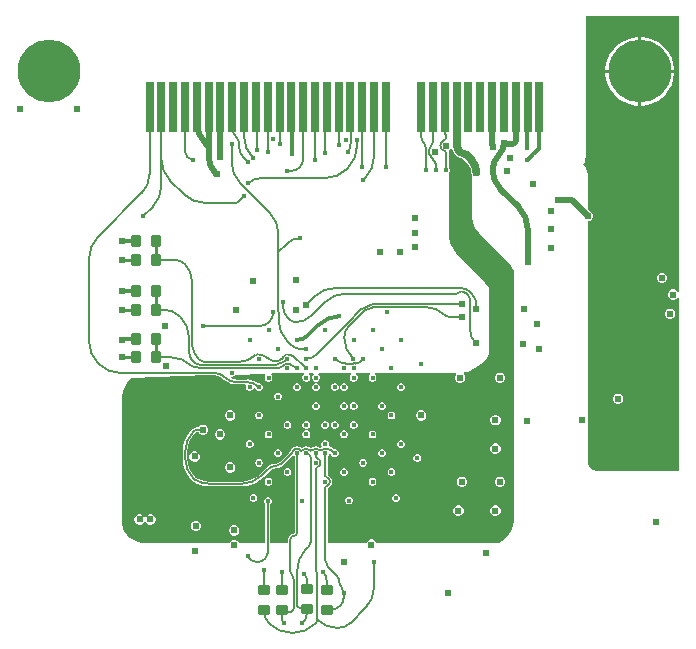
<source format=gbl>
G04*
G04 #@! TF.GenerationSoftware,Altium Limited,Altium Designer,23.2.1 (34)*
G04*
G04 Layer_Physical_Order=4*
G04 Layer_Color=16711680*
%FSLAX45Y45*%
%MOMM*%
G71*
G04*
G04 #@! TF.SameCoordinates,357D86F6-4FD4-4171-920B-CE65727367D9*
G04*
G04*
G04 #@! TF.FilePolarity,Positive*
G04*
G01*
G75*
%ADD10C,0.20320*%
%ADD15C,0.63500*%
%ADD17C,0.12700*%
G04:AMPARAMS|DCode=18|XSize=1mm|YSize=0.9mm|CornerRadius=0.1125mm|HoleSize=0mm|Usage=FLASHONLY|Rotation=180.000|XOffset=0mm|YOffset=0mm|HoleType=Round|Shape=RoundedRectangle|*
%AMROUNDEDRECTD18*
21,1,1.00000,0.67500,0,0,180.0*
21,1,0.77500,0.90000,0,0,180.0*
1,1,0.22500,-0.38750,0.33750*
1,1,0.22500,0.38750,0.33750*
1,1,0.22500,0.38750,-0.33750*
1,1,0.22500,-0.38750,-0.33750*
%
%ADD18ROUNDEDRECTD18*%
G04:AMPARAMS|DCode=26|XSize=1mm|YSize=0.9mm|CornerRadius=0.1125mm|HoleSize=0mm|Usage=FLASHONLY|Rotation=270.000|XOffset=0mm|YOffset=0mm|HoleType=Round|Shape=RoundedRectangle|*
%AMROUNDEDRECTD26*
21,1,1.00000,0.67500,0,0,270.0*
21,1,0.77500,0.90000,0,0,270.0*
1,1,0.22500,-0.33750,-0.38750*
1,1,0.22500,-0.33750,0.38750*
1,1,0.22500,0.33750,0.38750*
1,1,0.22500,0.33750,-0.38750*
%
%ADD26ROUNDEDRECTD26*%
%ADD50C,0.50800*%
%ADD51C,0.25400*%
%ADD52C,0.15240*%
%ADD53C,0.30480*%
%ADD56R,0.70000X4.20000*%
%ADD58R,0.70000X4.19999*%
%ADD60C,5.30000*%
%ADD61C,0.35560*%
%ADD62C,0.60960*%
%ADD63C,0.40640*%
G36*
X11712719Y9258032D02*
X11725798Y9226457D01*
X11748286Y9197149D01*
X11748527Y9197389D01*
X11763230Y9187565D01*
X11780573Y9184115D01*
Y9184115D01*
X11792403Y9182015D01*
X11793576Y9181782D01*
X11804059Y9174778D01*
X11804420Y9174237D01*
X11832375Y9146283D01*
X11841254Y9137403D01*
X11849201Y9127994D01*
X11859894Y9114059D01*
X11871353Y9086395D01*
X11875185Y9057285D01*
X11874679Y9056708D01*
X11874679D01*
X11878129Y9039364D01*
X11880000Y9036564D01*
Y8705210D01*
X11881223Y8680313D01*
X11890937Y8631478D01*
X11909992Y8585475D01*
X11937655Y8544074D01*
X11954395Y8525605D01*
X12200000Y8280000D01*
X12209511Y8270489D01*
X12224457Y8248121D01*
X12234752Y8223267D01*
X12240000Y8196882D01*
X12239999Y8183431D01*
X12239999D01*
X12240000Y8183431D01*
X12239999Y6138970D01*
X12240000Y6113953D01*
X12230239Y6064881D01*
X12211092Y6018655D01*
X12183295Y5977054D01*
X12165605Y5959365D01*
X12151972Y5945732D01*
X12133094Y5933118D01*
X12112118Y5924429D01*
X12089849Y5920000D01*
X12078496Y5920000D01*
X11072147D01*
X11067181Y5931990D01*
X11055034Y5944137D01*
X11039164Y5950711D01*
X11021986D01*
X11006115Y5944137D01*
X10993968Y5931990D01*
X10989002Y5920000D01*
X10659423D01*
Y6384299D01*
X10662794Y6384970D01*
X10682118Y6397882D01*
X10695030Y6417206D01*
X10699564Y6440000D01*
X10695030Y6462795D01*
X10682118Y6482119D01*
X10662794Y6495030D01*
X10659423Y6495701D01*
Y6652726D01*
X10667993Y6661296D01*
X10672674Y6672599D01*
X10678093Y6674227D01*
X10685720Y6675424D01*
X10686980Y6674373D01*
Y6673432D01*
X10692007Y6661296D01*
X10701296Y6652007D01*
X10713432Y6646980D01*
X10726568D01*
X10738704Y6652007D01*
X10747993Y6661296D01*
X10753020Y6673432D01*
Y6686568D01*
X10747993Y6698704D01*
X10738704Y6707993D01*
X10726568Y6713020D01*
X10723749D01*
X10712397Y6716276D01*
X10691706Y6730102D01*
X10677248Y6732978D01*
X10676043Y6734061D01*
X10670469Y6747275D01*
X10673020Y6753432D01*
Y6766568D01*
X10667993Y6778704D01*
X10658704Y6787993D01*
X10646568Y6793020D01*
X10633431D01*
X10621295Y6787993D01*
X10612006Y6778704D01*
X10606980Y6766568D01*
Y6753432D01*
X10611016Y6743688D01*
X10605826Y6730882D01*
X10595390Y6726614D01*
X10582794Y6735030D01*
X10560000Y6739565D01*
X10537205Y6735030D01*
X10530053Y6730251D01*
X10518778Y6724553D01*
X10508916Y6730940D01*
X10502795Y6735030D01*
X10480000Y6739565D01*
X10457206Y6735030D01*
X10440000Y6723534D01*
X10422794Y6735030D01*
X10400000Y6739565D01*
X10377206Y6735030D01*
X10357881Y6722119D01*
X10347610Y6706746D01*
X10347606Y6706741D01*
X10347606Y6706740D01*
X10344969Y6702795D01*
X10344312Y6700414D01*
X10343070Y6695919D01*
D01*
X10335569Y6686299D01*
X10255145Y6605874D01*
X10255076Y6605772D01*
X10239164Y6595140D01*
X10232210Y6593757D01*
X10220248Y6591976D01*
Y6591976D01*
X10192439Y6588315D01*
X10166525Y6577581D01*
X10144273Y6560506D01*
X10144272Y6560506D01*
X10135678Y6551140D01*
X10093963Y6509425D01*
X10093518Y6508758D01*
X10058546Y6480058D01*
X10017950Y6458359D01*
X9973902Y6444997D01*
X9928878Y6440563D01*
X9928092Y6440719D01*
X9663655D01*
X9662869Y6440563D01*
X9617846Y6444997D01*
X9573797Y6458359D01*
X9543496Y6474555D01*
Y6474555D01*
X9535524Y6483250D01*
X9511261Y6512815D01*
X9489562Y6553410D01*
X9476200Y6597459D01*
X9471766Y6642483D01*
X9471922Y6643268D01*
Y6687980D01*
X9471766Y6688765D01*
X9476200Y6733789D01*
X9489562Y6777838D01*
X9511261Y6818433D01*
X9532507Y6844322D01*
X9540957Y6853522D01*
X9548256Y6858400D01*
X9556867Y6860112D01*
X9567995Y6856315D01*
X9568315Y6855541D01*
X9580462Y6843394D01*
X9596332Y6836820D01*
X9613510D01*
X9629381Y6843394D01*
X9641528Y6855541D01*
X9648101Y6871411D01*
Y6888589D01*
X9641528Y6904460D01*
X9629381Y6916606D01*
X9613510Y6923180D01*
X9596332D01*
X9580462Y6916606D01*
X9568315Y6904460D01*
X9568070Y6903869D01*
X9556867Y6900254D01*
Y6900254D01*
X9532895Y6895486D01*
X9512572Y6881906D01*
X9512827Y6881652D01*
X9484914Y6848971D01*
X9462457Y6812325D01*
X9446010Y6772617D01*
X9435977Y6730826D01*
X9432605Y6687980D01*
X9433076D01*
Y6643268D01*
X9432605D01*
X9435977Y6600422D01*
X9446010Y6558630D01*
X9462457Y6518923D01*
X9484914Y6482277D01*
X9512826Y6449596D01*
X9512826Y6449595D01*
X9519466Y6443621D01*
X9525768Y6439411D01*
X9526089Y6439347D01*
X9534200Y6434385D01*
X9539309Y6431254D01*
X9579017Y6414807D01*
X9620808Y6404774D01*
X9663655Y6401401D01*
Y6401873D01*
X9928092D01*
Y6401401D01*
X9970939Y6404774D01*
X10012730Y6414807D01*
X10052438Y6431254D01*
X10089083Y6453711D01*
X10121765Y6481623D01*
X10121432Y6481956D01*
X10163147Y6523671D01*
X10172352Y6532427D01*
X10186380Y6543191D01*
X10202716Y6549958D01*
X10220181Y6552257D01*
X10220248Y6552199D01*
Y6552199D01*
X10243181Y6555218D01*
X10264552Y6564070D01*
X10282877Y6578131D01*
X10282905Y6578152D01*
X10282632Y6578424D01*
X10361122Y6656914D01*
X10376835Y6656467D01*
X10380577Y6652726D01*
Y6008340D01*
X10380410D01*
X10380047Y6007464D01*
X10370820Y5999081D01*
X10353477Y5995631D01*
X10338773Y5985807D01*
X10328949Y5971103D01*
X10325499Y5953760D01*
X10325997D01*
Y5920000D01*
X10171926D01*
Y6245462D01*
X10173836Y6246254D01*
X10183125Y6255542D01*
X10188152Y6267679D01*
Y6280815D01*
X10183125Y6292951D01*
X10173836Y6302240D01*
X10161700Y6307267D01*
X10148563D01*
X10136427Y6302240D01*
X10127138Y6292951D01*
X10122112Y6280815D01*
Y6267679D01*
X10127138Y6255542D01*
X10133080Y6249601D01*
Y5920000D01*
X9909533D01*
X9906956Y5926222D01*
X9894809Y5938369D01*
X9878939Y5944942D01*
X9861761D01*
X9845890Y5938369D01*
X9833743Y5926222D01*
X9831166Y5920000D01*
X9112825D01*
X9092931Y5920000D01*
X9053908Y5927762D01*
X9017149Y5942988D01*
X8984067Y5965093D01*
X8958111Y5991049D01*
X8939429Y6019009D01*
X8926560Y6050076D01*
X8920000Y6083057D01*
Y6099871D01*
Y7134789D01*
Y7159806D01*
X8929761Y7208878D01*
X8948908Y7255104D01*
X8976705Y7296705D01*
X9000000Y7320000D01*
X9636000Y7339282D01*
X9696182D01*
X9696795Y7339404D01*
X9728695Y7335205D01*
X9758993Y7322655D01*
X9775070Y7310318D01*
X9784328Y7302009D01*
X9784329Y7302009D01*
X9812399Y7280470D01*
X9845088Y7266929D01*
X9880168Y7262311D01*
Y7263073D01*
X9960083D01*
X9968569Y7250372D01*
X9966959Y7246486D01*
Y7233350D01*
X9971986Y7221214D01*
X9981275Y7211925D01*
X9993411Y7206898D01*
X10006548D01*
X10018684Y7211925D01*
X10027973Y7221214D01*
X10029484Y7224862D01*
X10044733Y7230256D01*
X10049123Y7227941D01*
X10052007Y7220978D01*
X10061296Y7211690D01*
X10073432Y7206663D01*
X10086568D01*
X10098704Y7211690D01*
X10107993Y7220978D01*
X10113020Y7233115D01*
Y7246251D01*
X10107993Y7258387D01*
X10098704Y7267676D01*
X10086568Y7272703D01*
X10073432D01*
X10073104Y7272567D01*
X10068928Y7275994D01*
X10039236Y7291865D01*
X10007019Y7301638D01*
X9973514Y7304938D01*
Y7304509D01*
X9880168D01*
Y7304583D01*
X9856029Y7307761D01*
X9840289Y7314280D01*
X9842816Y7326980D01*
X9853348D01*
X9865484Y7332007D01*
X9874773Y7341296D01*
X9876965Y7346588D01*
X10129589Y7354247D01*
X10135008Y7341705D01*
X10132007Y7338704D01*
X10126980Y7326568D01*
Y7313432D01*
X10132007Y7301296D01*
X10141296Y7292007D01*
X10153432Y7286980D01*
X10166568D01*
X10178704Y7292007D01*
X10187993Y7301296D01*
X10193020Y7313432D01*
Y7326568D01*
X10187993Y7338704D01*
X10183521Y7343176D01*
X10188621Y7356037D01*
X10319360Y7360000D01*
X10457097D01*
X10460338Y7350732D01*
X10460603Y7347300D01*
X10452007Y7338704D01*
X10446980Y7326568D01*
Y7313432D01*
X10452007Y7301296D01*
X10461296Y7292007D01*
X10473432Y7286980D01*
X10486568D01*
X10498704Y7292007D01*
X10507993Y7301296D01*
X10513020Y7313432D01*
Y7326568D01*
X10507993Y7338704D01*
X10499397Y7347300D01*
X10499662Y7350732D01*
X10502904Y7360000D01*
X10537097D01*
X10540338Y7350732D01*
X10540603Y7347300D01*
X10532007Y7338704D01*
X10526980Y7326568D01*
Y7313432D01*
X10532007Y7301296D01*
X10541296Y7292007D01*
X10553432Y7286980D01*
X10566568D01*
X10578704Y7292007D01*
X10587993Y7301296D01*
X10593020Y7313432D01*
Y7326568D01*
X10587993Y7338704D01*
X10579397Y7347300D01*
X10579662Y7350732D01*
X10582903Y7360000D01*
X10857097D01*
X10860338Y7350732D01*
X10860603Y7347300D01*
X10852007Y7338704D01*
X10846980Y7326568D01*
Y7313432D01*
X10852007Y7301296D01*
X10861296Y7292007D01*
X10873432Y7286980D01*
X10886568D01*
X10898704Y7292007D01*
X10907993Y7301296D01*
X10913020Y7313432D01*
Y7326568D01*
X10907993Y7338704D01*
X10899397Y7347300D01*
X10899662Y7350732D01*
X10902904Y7360000D01*
X11017097D01*
X11020338Y7350732D01*
X11020603Y7347300D01*
X11012007Y7338704D01*
X11006980Y7326568D01*
Y7313432D01*
X11012007Y7301296D01*
X11021296Y7292007D01*
X11033432Y7286980D01*
X11046568D01*
X11058704Y7292007D01*
X11067993Y7301296D01*
X11073020Y7313432D01*
Y7326568D01*
X11067993Y7338704D01*
X11059397Y7347300D01*
X11059662Y7350732D01*
X11062903Y7360000D01*
X11743473D01*
X11748734Y7347300D01*
X11745893Y7344460D01*
X11739319Y7328589D01*
Y7311411D01*
X11745893Y7295541D01*
X11758040Y7283394D01*
X11773910Y7276820D01*
X11791088D01*
X11806959Y7283394D01*
X11819105Y7295541D01*
X11825679Y7311411D01*
Y7328589D01*
X11819105Y7344460D01*
X11812702Y7350863D01*
X11816882Y7364644D01*
X11848522Y7370937D01*
X11894524Y7389992D01*
X11935925Y7417655D01*
X11954394Y7434395D01*
X11954395Y7434395D01*
X12000000Y7480000D01*
X12006487Y7487158D01*
X12017208Y7503203D01*
X12024593Y7521032D01*
X12028358Y7539960D01*
X12028832Y7549608D01*
X12028833Y7549609D01*
Y8045233D01*
X12028299Y8056102D01*
X12024058Y8077424D01*
X12015738Y8097508D01*
X12003661Y8115584D01*
X11996352Y8123647D01*
X11996352Y8123648D01*
X11762770Y8357230D01*
X11745081Y8374919D01*
X11717283Y8416521D01*
X11698137Y8462746D01*
X11688375Y8511818D01*
Y8585475D01*
X11688375Y9058498D01*
X11691673Y9061796D01*
X11696700Y9073932D01*
Y9087068D01*
X11691673Y9099204D01*
X11688375Y9102502D01*
Y9249293D01*
X11698946Y9259864D01*
X11704338Y9260170D01*
X11712719Y9258032D01*
D02*
G37*
G36*
X13636343Y8049452D02*
X13623643Y8046925D01*
X13623067Y8048319D01*
X13610919Y8060466D01*
X13595049Y8067040D01*
X13577872D01*
X13562001Y8060466D01*
X13549854Y8048319D01*
X13543280Y8032449D01*
Y8015271D01*
X13549854Y7999401D01*
X13562001Y7987254D01*
X13577872Y7980680D01*
X13595049D01*
X13610919Y7987254D01*
X13623067Y7999401D01*
X13623643Y8000795D01*
X13636343Y7998268D01*
X13636343Y6532880D01*
X12931531D01*
X12917294Y6535712D01*
X12903883Y6541266D01*
X12891815Y6549331D01*
X12881551Y6559595D01*
X12873486Y6571664D01*
X12867932Y6585074D01*
X12865100Y6599310D01*
Y6606568D01*
Y8643620D01*
X12873689D01*
X12889558Y8650194D01*
X12901706Y8662341D01*
X12908279Y8678211D01*
Y8695389D01*
X12901706Y8711259D01*
X12889558Y8723406D01*
X12879099Y8727740D01*
X12865100Y8741737D01*
Y9028273D01*
X12864415Y9042214D01*
X12858975Y9069563D01*
X12848305Y9095324D01*
X12832812Y9118509D01*
X12826347Y9124974D01*
X12829352Y9130178D01*
X12835168Y9144221D01*
X12837120Y9151502D01*
X12839542Y9158639D01*
X12842506Y9173548D01*
X12842879Y9179197D01*
X12843892Y9184768D01*
X12844266Y9192368D01*
X12844110Y9194260D01*
X12844357Y9196142D01*
X12844357Y10384984D01*
X13636343D01*
Y8049452D01*
D02*
G37*
%LPC*%
G36*
X12128589Y7363180D02*
X12111411D01*
X12095540Y7356606D01*
X12083394Y7344460D01*
X12076820Y7328589D01*
Y7311411D01*
X12083394Y7295541D01*
X12095540Y7283394D01*
X12111411Y7276820D01*
X12128589D01*
X12144459Y7283394D01*
X12156606Y7295541D01*
X12163180Y7311411D01*
Y7328589D01*
X12156606Y7344460D01*
X12144459Y7356606D01*
X12128589Y7363180D01*
D02*
G37*
G36*
X10566568Y7273020D02*
X10553432D01*
X10541296Y7267993D01*
X10532007Y7258705D01*
X10526980Y7246568D01*
Y7233432D01*
X10532007Y7221296D01*
X10541296Y7212007D01*
X10553432Y7206980D01*
X10566568D01*
X10578704Y7212007D01*
X10587993Y7221296D01*
X10593020Y7233432D01*
Y7246568D01*
X10587993Y7258705D01*
X10578704Y7267993D01*
X10566568Y7273020D01*
D02*
G37*
G36*
X11286568Y7273020D02*
X11273432D01*
X11261296Y7267993D01*
X11252007Y7258704D01*
X11246980Y7246568D01*
Y7233432D01*
X11252007Y7221296D01*
X11261296Y7212007D01*
X11273432Y7206980D01*
X11286568D01*
X11298704Y7212007D01*
X11307993Y7221296D01*
X11313020Y7233432D01*
Y7246568D01*
X11307993Y7258704D01*
X11298704Y7267993D01*
X11286568Y7273020D01*
D02*
G37*
G36*
X10806568D02*
X10793432D01*
X10781296Y7267993D01*
X10772007Y7258704D01*
X10766980Y7246568D01*
Y7233432D01*
X10772007Y7221296D01*
X10781296Y7212007D01*
X10793432Y7206980D01*
X10806568D01*
X10818704Y7212007D01*
X10827993Y7221296D01*
X10833020Y7233432D01*
Y7246568D01*
X10827993Y7258704D01*
X10818704Y7267993D01*
X10806568Y7273020D01*
D02*
G37*
G36*
X10726568D02*
X10713432D01*
X10701296Y7267993D01*
X10692007Y7258704D01*
X10686980Y7246568D01*
Y7233432D01*
X10692007Y7221296D01*
X10701296Y7212007D01*
X10713432Y7206980D01*
X10726568D01*
X10738704Y7212007D01*
X10747993Y7221296D01*
X10753020Y7233432D01*
Y7246568D01*
X10747993Y7258704D01*
X10738704Y7267993D01*
X10726568Y7273020D01*
D02*
G37*
G36*
X10406568D02*
X10393432D01*
X10381296Y7267993D01*
X10372007Y7258704D01*
X10366980Y7246568D01*
Y7233432D01*
X10372007Y7221296D01*
X10381296Y7212007D01*
X10393432Y7206980D01*
X10406568D01*
X10418704Y7212007D01*
X10427993Y7221296D01*
X10433020Y7233432D01*
Y7246568D01*
X10427993Y7258704D01*
X10418704Y7267993D01*
X10406568Y7273020D01*
D02*
G37*
G36*
X10246568Y7193020D02*
X10233432D01*
X10221296Y7187993D01*
X10212007Y7178704D01*
X10206980Y7166568D01*
Y7153432D01*
X10212007Y7141296D01*
X10221296Y7132007D01*
X10233432Y7126980D01*
X10246568D01*
X10258704Y7132007D01*
X10267993Y7141296D01*
X10273020Y7153432D01*
Y7166568D01*
X10267993Y7178704D01*
X10258704Y7187993D01*
X10246568Y7193020D01*
D02*
G37*
G36*
X11126568Y7113020D02*
X11113432D01*
X11101296Y7107993D01*
X11092007Y7098704D01*
X11086980Y7086568D01*
Y7073432D01*
X11092007Y7061296D01*
X11101296Y7052007D01*
X11113432Y7046980D01*
X11126568D01*
X11138704Y7052007D01*
X11147993Y7061296D01*
X11153020Y7073432D01*
Y7086568D01*
X11147993Y7098704D01*
X11138704Y7107993D01*
X11126568Y7113020D01*
D02*
G37*
G36*
X10886568D02*
X10873432D01*
X10861296Y7107993D01*
X10852007Y7098704D01*
X10846980Y7086568D01*
Y7073432D01*
X10852007Y7061296D01*
X10861296Y7052007D01*
X10873432Y7046980D01*
X10886568D01*
X10898704Y7052007D01*
X10907993Y7061296D01*
X10913020Y7073432D01*
Y7086568D01*
X10907993Y7098704D01*
X10898704Y7107993D01*
X10886568Y7113020D01*
D02*
G37*
G36*
X10806568D02*
X10793432D01*
X10781296Y7107993D01*
X10772007Y7098704D01*
X10766980Y7086568D01*
Y7073432D01*
X10772007Y7061296D01*
X10781296Y7052007D01*
X10793432Y7046980D01*
X10806568D01*
X10818704Y7052007D01*
X10827993Y7061296D01*
X10833020Y7073432D01*
Y7086568D01*
X10827993Y7098704D01*
X10818704Y7107993D01*
X10806568Y7113020D01*
D02*
G37*
G36*
X10566568D02*
X10553432D01*
X10541296Y7107993D01*
X10532007Y7098704D01*
X10526980Y7086568D01*
Y7073432D01*
X10532007Y7061296D01*
X10541296Y7052007D01*
X10553432Y7046980D01*
X10566568D01*
X10578704Y7052007D01*
X10587993Y7061296D01*
X10593020Y7073432D01*
Y7086568D01*
X10587993Y7098704D01*
X10578704Y7107993D01*
X10566568Y7113020D01*
D02*
G37*
G36*
X11206568Y7033020D02*
X11193432D01*
X11181296Y7027993D01*
X11172007Y7018704D01*
X11166980Y7006568D01*
Y6993432D01*
X11172007Y6981296D01*
X11181296Y6972007D01*
X11193432Y6966980D01*
X11206568D01*
X11218704Y6972007D01*
X11227993Y6981296D01*
X11233020Y6993432D01*
Y7006568D01*
X11227993Y7018704D01*
X11218704Y7027993D01*
X11206568Y7033020D01*
D02*
G37*
G36*
X10086568D02*
X10073432D01*
X10061296Y7027993D01*
X10052007Y7018704D01*
X10046980Y7006568D01*
Y6993432D01*
X10052007Y6981296D01*
X10061296Y6972007D01*
X10073432Y6966980D01*
X10086568D01*
X10098704Y6972007D01*
X10107993Y6981296D01*
X10113020Y6993432D01*
Y7006568D01*
X10107993Y7018704D01*
X10098704Y7027993D01*
X10086568Y7033020D01*
D02*
G37*
G36*
X11461767Y7043180D02*
X11444589D01*
X11428719Y7036606D01*
X11416572Y7024459D01*
X11409998Y7008589D01*
Y6991411D01*
X11416572Y6975541D01*
X11428719Y6963394D01*
X11444589Y6956820D01*
X11461767D01*
X11477638Y6963394D01*
X11489784Y6975541D01*
X11496358Y6991411D01*
Y7008589D01*
X11489784Y7024459D01*
X11477638Y7036606D01*
X11461767Y7043180D01*
D02*
G37*
G36*
X9844712D02*
X9827534D01*
X9811663Y7036606D01*
X9799517Y7024459D01*
X9792943Y7008589D01*
Y6991411D01*
X9799517Y6975541D01*
X9811663Y6963394D01*
X9827534Y6956820D01*
X9844712D01*
X9860582Y6963394D01*
X9872729Y6975541D01*
X9879303Y6991411D01*
Y7008589D01*
X9872729Y7024459D01*
X9860582Y7036606D01*
X9844712Y7043180D01*
D02*
G37*
G36*
X12089691Y7003180D02*
X12072513D01*
X12056642Y6996606D01*
X12044496Y6984459D01*
X12037922Y6968589D01*
Y6951411D01*
X12044496Y6935541D01*
X12056642Y6923394D01*
X12072513Y6916820D01*
X12089691D01*
X12105561Y6923394D01*
X12117708Y6935541D01*
X12124282Y6951411D01*
Y6968589D01*
X12117708Y6984459D01*
X12105561Y6996606D01*
X12089691Y7003180D01*
D02*
G37*
G36*
X10486568Y6953020D02*
X10473432D01*
X10461296Y6947993D01*
X10452007Y6938704D01*
X10446980Y6926568D01*
Y6913432D01*
X10452007Y6901296D01*
X10461296Y6892007D01*
X10473432Y6886980D01*
X10486568D01*
X10498704Y6892007D01*
X10507993Y6901296D01*
X10513020Y6913432D01*
Y6926568D01*
X10507993Y6938704D01*
X10498704Y6947993D01*
X10486568Y6953020D01*
D02*
G37*
G36*
X10886568Y6953020D02*
X10873432D01*
X10861296Y6947993D01*
X10852007Y6938704D01*
X10846980Y6926568D01*
Y6913432D01*
X10852007Y6901296D01*
X10861296Y6892007D01*
X10873432Y6886980D01*
X10886568D01*
X10898704Y6892007D01*
X10907993Y6901296D01*
X10913020Y6913432D01*
Y6926568D01*
X10907993Y6938704D01*
X10898704Y6947993D01*
X10886568Y6953020D01*
D02*
G37*
G36*
X10726568D02*
X10713432D01*
X10701296Y6947993D01*
X10692007Y6938704D01*
X10686980Y6926568D01*
Y6913432D01*
X10692007Y6901296D01*
X10701296Y6892007D01*
X10713432Y6886980D01*
X10726568D01*
X10738704Y6892007D01*
X10747993Y6901296D01*
X10753020Y6913432D01*
Y6926568D01*
X10747993Y6938704D01*
X10738704Y6947993D01*
X10726568Y6953020D01*
D02*
G37*
G36*
X10646568D02*
X10633432D01*
X10621296Y6947993D01*
X10612007Y6938704D01*
X10606980Y6926568D01*
Y6913432D01*
X10612007Y6901296D01*
X10621296Y6892007D01*
X10633432Y6886980D01*
X10646568D01*
X10658704Y6892007D01*
X10667993Y6901296D01*
X10673020Y6913432D01*
Y6926568D01*
X10667993Y6938704D01*
X10658704Y6947993D01*
X10646568Y6953020D01*
D02*
G37*
G36*
X10326568D02*
X10313432D01*
X10301296Y6947993D01*
X10292007Y6938704D01*
X10286980Y6926568D01*
Y6913432D01*
X10292007Y6901296D01*
X10301296Y6892007D01*
X10313432Y6886980D01*
X10326568D01*
X10338704Y6892007D01*
X10347993Y6901296D01*
X10353020Y6913432D01*
Y6926568D01*
X10347993Y6938704D01*
X10338704Y6947993D01*
X10326568Y6953020D01*
D02*
G37*
G36*
X10806568Y6873020D02*
X10793432D01*
X10781296Y6867993D01*
X10772007Y6858705D01*
X10766980Y6846568D01*
Y6833432D01*
X10772007Y6821296D01*
X10781296Y6812007D01*
X10793432Y6806980D01*
X10806568D01*
X10818704Y6812007D01*
X10827993Y6821296D01*
X10833020Y6833432D01*
Y6846568D01*
X10827993Y6858705D01*
X10818704Y6867993D01*
X10806568Y6873020D01*
D02*
G37*
G36*
X10486568D02*
X10473432D01*
X10461296Y6867993D01*
X10452007Y6858705D01*
X10446980Y6846568D01*
Y6833432D01*
X10452007Y6821296D01*
X10461296Y6812007D01*
X10473432Y6806980D01*
X10486568D01*
X10498704Y6812007D01*
X10507993Y6821296D01*
X10513020Y6833432D01*
Y6846568D01*
X10507993Y6858705D01*
X10498704Y6867993D01*
X10486568Y6873020D01*
D02*
G37*
G36*
X11046568Y6872120D02*
X11033432D01*
X11021296Y6867093D01*
X11012007Y6857804D01*
X11006980Y6845668D01*
Y6832532D01*
X11012007Y6820396D01*
X11021296Y6811107D01*
X11033432Y6806080D01*
X11046568D01*
X11058704Y6811107D01*
X11067993Y6820396D01*
X11073020Y6832532D01*
Y6845668D01*
X11067993Y6857804D01*
X11058704Y6867093D01*
X11046568Y6872120D01*
D02*
G37*
G36*
X10166568D02*
X10153432D01*
X10141296Y6867093D01*
X10132007Y6857804D01*
X10126980Y6845668D01*
Y6832532D01*
X10132007Y6820396D01*
X10141296Y6811107D01*
X10153432Y6806080D01*
X10166568D01*
X10178704Y6811107D01*
X10187993Y6820396D01*
X10193020Y6832532D01*
Y6845668D01*
X10187993Y6857804D01*
X10178704Y6867093D01*
X10166568Y6872120D01*
D02*
G37*
G36*
X9756374Y6882280D02*
X9739196D01*
X9723326Y6875706D01*
X9711179Y6863560D01*
X9704605Y6847689D01*
Y6830511D01*
X9711179Y6814641D01*
X9723326Y6802494D01*
X9739196Y6795920D01*
X9756374D01*
X9772245Y6802494D01*
X9784391Y6814641D01*
X9790965Y6830511D01*
Y6847689D01*
X9784391Y6863560D01*
X9772245Y6875706D01*
X9756374Y6882280D01*
D02*
G37*
G36*
X10006604Y6793085D02*
X9993468D01*
X9981332Y6788058D01*
X9972043Y6778769D01*
X9967016Y6766633D01*
Y6753497D01*
X9972043Y6741361D01*
X9981332Y6732072D01*
X9993468Y6727045D01*
X10006604D01*
X10018740Y6732072D01*
X10028029Y6741361D01*
X10033056Y6753497D01*
Y6766633D01*
X10028029Y6778769D01*
X10018740Y6788058D01*
X10006604Y6793085D01*
D02*
G37*
G36*
X11286568Y6793020D02*
X11273432D01*
X11261296Y6787993D01*
X11252007Y6778704D01*
X11246980Y6766568D01*
Y6753432D01*
X11252007Y6741296D01*
X11261296Y6732007D01*
X11273432Y6726980D01*
X11286568D01*
X11298704Y6732007D01*
X11307993Y6741296D01*
X11313020Y6753432D01*
Y6766568D01*
X11307993Y6778704D01*
X11298704Y6787993D01*
X11286568Y6793020D01*
D02*
G37*
G36*
X12089691Y6763180D02*
X12072513D01*
X12056642Y6756607D01*
X12044496Y6744460D01*
X12037922Y6728589D01*
Y6711411D01*
X12044496Y6695541D01*
X12056642Y6683394D01*
X12072513Y6676820D01*
X12089691D01*
X12105561Y6683394D01*
X12117708Y6695541D01*
X12124282Y6711411D01*
Y6728589D01*
X12117708Y6744460D01*
X12105561Y6756607D01*
X12089691Y6763180D01*
D02*
G37*
G36*
X11126568Y6713020D02*
X11113432D01*
X11101296Y6707993D01*
X11092007Y6698704D01*
X11086980Y6686568D01*
Y6673432D01*
X11092007Y6661296D01*
X11101296Y6652007D01*
X11113432Y6646980D01*
X11126568D01*
X11138704Y6652007D01*
X11147993Y6661296D01*
X11153020Y6673432D01*
Y6686568D01*
X11147993Y6698704D01*
X11138704Y6707993D01*
X11126568Y6713020D01*
D02*
G37*
G36*
X10246568D02*
X10233432D01*
X10221296Y6707993D01*
X10212007Y6698704D01*
X10206980Y6686568D01*
Y6673432D01*
X10212007Y6661296D01*
X10221296Y6652007D01*
X10233432Y6646980D01*
X10246568D01*
X10258704Y6652007D01*
X10267993Y6661296D01*
X10273020Y6673432D01*
Y6686568D01*
X10267993Y6698704D01*
X10258704Y6707993D01*
X10246568Y6713020D01*
D02*
G37*
G36*
X9541588Y6695906D02*
X9524410D01*
X9508540Y6689332D01*
X9496393Y6677185D01*
X9489819Y6661315D01*
Y6644137D01*
X9496393Y6628266D01*
X9508540Y6616120D01*
X9524410Y6609546D01*
X9541588D01*
X9557459Y6616120D01*
X9569605Y6628266D01*
X9576179Y6644137D01*
Y6661315D01*
X9569605Y6677185D01*
X9557459Y6689332D01*
X9541588Y6695906D01*
D02*
G37*
G36*
X11426408Y6673020D02*
X11413272D01*
X11401136Y6667993D01*
X11391847Y6658704D01*
X11386820Y6646568D01*
Y6633432D01*
X11391847Y6621296D01*
X11401136Y6612007D01*
X11413272Y6606980D01*
X11426408D01*
X11438544Y6612007D01*
X11447833Y6621296D01*
X11452860Y6633432D01*
Y6646568D01*
X11447833Y6658704D01*
X11438544Y6667993D01*
X11426408Y6673020D01*
D02*
G37*
G36*
X10966568Y6633020D02*
X10953432D01*
X10941296Y6627993D01*
X10932007Y6618704D01*
X10926980Y6606568D01*
Y6593432D01*
X10932007Y6581296D01*
X10941296Y6572007D01*
X10953432Y6566980D01*
X10966568D01*
X10978704Y6572007D01*
X10987993Y6581296D01*
X10993020Y6593432D01*
Y6606568D01*
X10987993Y6618704D01*
X10978704Y6627993D01*
X10966568Y6633020D01*
D02*
G37*
G36*
X10086568D02*
X10073432D01*
X10061296Y6627993D01*
X10052007Y6618704D01*
X10046980Y6606568D01*
Y6593432D01*
X10052007Y6581296D01*
X10061296Y6572007D01*
X10073432Y6566980D01*
X10086568D01*
X10098704Y6572007D01*
X10107993Y6581296D01*
X10113020Y6593432D01*
Y6606568D01*
X10107993Y6618704D01*
X10098704Y6627993D01*
X10086568Y6633020D01*
D02*
G37*
G36*
X9844712Y6603180D02*
X9827534D01*
X9811663Y6596606D01*
X9799517Y6584460D01*
X9792943Y6568589D01*
Y6551411D01*
X9799517Y6535541D01*
X9811663Y6523394D01*
X9827534Y6516820D01*
X9844712D01*
X9860582Y6523394D01*
X9872729Y6535541D01*
X9879303Y6551411D01*
Y6568589D01*
X9872729Y6584460D01*
X9860582Y6596606D01*
X9844712Y6603180D01*
D02*
G37*
G36*
X11206568Y6553020D02*
X11193432D01*
X11181296Y6547993D01*
X11172007Y6538704D01*
X11166980Y6526568D01*
Y6513432D01*
X11172007Y6501296D01*
X11181296Y6492007D01*
X11193432Y6486980D01*
X11206568D01*
X11218704Y6492007D01*
X11227993Y6501296D01*
X11233020Y6513432D01*
Y6526568D01*
X11227993Y6538704D01*
X11218704Y6547993D01*
X11206568Y6553020D01*
D02*
G37*
G36*
X10806568D02*
X10793432D01*
X10781296Y6547993D01*
X10772007Y6538704D01*
X10766980Y6526568D01*
Y6513432D01*
X10772007Y6501296D01*
X10781296Y6492007D01*
X10793432Y6486980D01*
X10806568D01*
X10818704Y6492007D01*
X10827993Y6501296D01*
X10833020Y6513432D01*
Y6526568D01*
X10827993Y6538704D01*
X10818704Y6547993D01*
X10806568Y6553020D01*
D02*
G37*
G36*
X10326568D02*
X10313432D01*
X10301296Y6547993D01*
X10292007Y6538704D01*
X10286980Y6526568D01*
Y6513432D01*
X10292007Y6501296D01*
X10301296Y6492007D01*
X10313432Y6486980D01*
X10326568D01*
X10338704Y6492007D01*
X10347993Y6501296D01*
X10353020Y6513432D01*
Y6526568D01*
X10347993Y6538704D01*
X10338704Y6547993D01*
X10326568Y6553020D01*
D02*
G37*
G36*
X11046568Y6473020D02*
X11033432D01*
X11021296Y6467993D01*
X11012007Y6458704D01*
X11006980Y6446568D01*
Y6433432D01*
X11012007Y6421296D01*
X11021296Y6412007D01*
X11033432Y6406980D01*
X11046568D01*
X11058704Y6412007D01*
X11067993Y6421296D01*
X11073020Y6433432D01*
Y6446568D01*
X11067993Y6458704D01*
X11058704Y6467993D01*
X11046568Y6473020D01*
D02*
G37*
G36*
X10166568D02*
X10153432D01*
X10141296Y6467993D01*
X10132007Y6458704D01*
X10126980Y6446568D01*
Y6433432D01*
X10132007Y6421296D01*
X10141296Y6412007D01*
X10153432Y6406980D01*
X10166568D01*
X10178704Y6412007D01*
X10187993Y6421296D01*
X10193020Y6433432D01*
Y6446568D01*
X10187993Y6458704D01*
X10178704Y6467993D01*
X10166568Y6473020D01*
D02*
G37*
G36*
X12128589Y6483180D02*
X12111411D01*
X12095540Y6476606D01*
X12083394Y6464460D01*
X12076820Y6448589D01*
Y6431411D01*
X12083394Y6415541D01*
X12095540Y6403394D01*
X12111411Y6396820D01*
X12128589D01*
X12144459Y6403394D01*
X12156606Y6415541D01*
X12163180Y6431411D01*
Y6448589D01*
X12156606Y6464460D01*
X12144459Y6476606D01*
X12128589Y6483180D01*
D02*
G37*
G36*
X11803416D02*
X11786238D01*
X11770368Y6476606D01*
X11758221Y6464460D01*
X11751647Y6448589D01*
Y6431411D01*
X11758221Y6415541D01*
X11770368Y6403394D01*
X11786238Y6396820D01*
X11803416D01*
X11819286Y6403394D01*
X11831433Y6415541D01*
X11838007Y6431411D01*
Y6448589D01*
X11831433Y6464460D01*
X11819286Y6476606D01*
X11803416Y6483180D01*
D02*
G37*
G36*
X10038097Y6335260D02*
X10024961D01*
X10012825Y6330233D01*
X10003536Y6320944D01*
X9998509Y6308808D01*
Y6295672D01*
X10003536Y6283536D01*
X10012825Y6274247D01*
X10024961Y6269220D01*
X10038097D01*
X10050233Y6274247D01*
X10059522Y6283536D01*
X10064549Y6295672D01*
Y6308808D01*
X10059522Y6320944D01*
X10050233Y6330233D01*
X10038097Y6335260D01*
D02*
G37*
G36*
X11246068Y6334760D02*
X11232932D01*
X11220796Y6329733D01*
X11211507Y6320444D01*
X11206480Y6308308D01*
Y6295172D01*
X11211507Y6283036D01*
X11220796Y6273747D01*
X11232932Y6268720D01*
X11246068D01*
X11258204Y6273747D01*
X11267493Y6283036D01*
X11272520Y6295172D01*
Y6308308D01*
X11267493Y6320444D01*
X11258204Y6329733D01*
X11246068Y6334760D01*
D02*
G37*
G36*
X10846568Y6313020D02*
X10833432D01*
X10821296Y6307993D01*
X10812007Y6298704D01*
X10806980Y6286568D01*
Y6273432D01*
X10812007Y6261296D01*
X10821296Y6252007D01*
X10833432Y6246980D01*
X10846568D01*
X10858704Y6252007D01*
X10867993Y6261296D01*
X10873020Y6273432D01*
Y6286568D01*
X10867993Y6298704D01*
X10858704Y6307993D01*
X10846568Y6313020D01*
D02*
G37*
G36*
X12089691Y6238073D02*
X12072513D01*
X12056642Y6231500D01*
X12044496Y6219353D01*
X12037922Y6203482D01*
Y6186304D01*
X12044496Y6170434D01*
X12056642Y6158287D01*
X12072513Y6151713D01*
X12089691D01*
X12105561Y6158287D01*
X12117708Y6170434D01*
X12124282Y6186304D01*
Y6203482D01*
X12117708Y6219353D01*
X12105561Y6231500D01*
X12089691Y6238073D01*
D02*
G37*
G36*
X11776368D02*
X11759190D01*
X11743320Y6231500D01*
X11731173Y6219353D01*
X11724599Y6203482D01*
Y6186304D01*
X11731173Y6170434D01*
X11743320Y6158287D01*
X11759190Y6151713D01*
X11776368D01*
X11792239Y6158287D01*
X11804386Y6170434D01*
X11810959Y6186304D01*
Y6203482D01*
X11804386Y6219353D01*
X11792239Y6231500D01*
X11776368Y6238073D01*
D02*
G37*
G36*
X9168589Y6163180D02*
X9151411D01*
X9135541Y6156606D01*
X9123394Y6144459D01*
X9120873Y6138374D01*
X9107127D01*
X9104606Y6144459D01*
X9092459Y6156606D01*
X9076589Y6163180D01*
X9059411D01*
X9043540Y6156606D01*
X9031393Y6144459D01*
X9024820Y6128589D01*
Y6111411D01*
X9031393Y6095540D01*
X9043540Y6083393D01*
X9059411Y6076820D01*
X9076589D01*
X9092459Y6083393D01*
X9104606Y6095540D01*
X9107127Y6101626D01*
X9120873D01*
X9123394Y6095541D01*
X9135541Y6083394D01*
X9151411Y6076820D01*
X9168589D01*
X9184459Y6083394D01*
X9196606Y6095541D01*
X9203180Y6111411D01*
Y6128589D01*
X9196606Y6144459D01*
X9184459Y6156606D01*
X9168589Y6163180D01*
D02*
G37*
G36*
X9551574Y6107628D02*
X9534396D01*
X9518526Y6101054D01*
X9506379Y6088907D01*
X9499805Y6073037D01*
Y6055859D01*
X9506379Y6039988D01*
X9518526Y6027841D01*
X9534396Y6021268D01*
X9551574D01*
X9567445Y6027841D01*
X9579592Y6039988D01*
X9586165Y6055859D01*
Y6073037D01*
X9579592Y6088907D01*
X9567445Y6101054D01*
X9551574Y6107628D01*
D02*
G37*
G36*
X9878939Y6069702D02*
X9861761D01*
X9845890Y6063129D01*
X9833743Y6050982D01*
X9827170Y6035111D01*
Y6017933D01*
X9833743Y6002063D01*
X9845890Y5989916D01*
X9861761Y5983342D01*
X9878939D01*
X9894809Y5989916D01*
X9906956Y6002063D01*
X9913530Y6017933D01*
Y6035111D01*
X9906956Y6050982D01*
X9894809Y6063129D01*
X9878939Y6069702D01*
D02*
G37*
G36*
X13325356Y10203140D02*
X13315199D01*
Y9925440D01*
X13592900D01*
Y9935595D01*
X13585748Y9980742D01*
X13571625Y10024215D01*
X13550871Y10064943D01*
X13524004Y10101923D01*
X13491682Y10134244D01*
X13454703Y10161112D01*
X13413976Y10181864D01*
X13370502Y10195989D01*
X13325356Y10203140D01*
D02*
G37*
G36*
X13289799D02*
X13279645D01*
X13234499Y10195989D01*
X13191025Y10181864D01*
X13150298Y10161112D01*
X13113316Y10134244D01*
X13080995Y10101923D01*
X13054128Y10064943D01*
X13033376Y10024215D01*
X13019250Y9980742D01*
X13012100Y9935595D01*
Y9925440D01*
X13289799D01*
Y10203140D01*
D02*
G37*
G36*
X13592900Y9900040D02*
X13315199D01*
Y9622340D01*
X13325356D01*
X13370502Y9629491D01*
X13413976Y9643616D01*
X13454703Y9664368D01*
X13491682Y9691235D01*
X13524004Y9723557D01*
X13550871Y9760537D01*
X13571625Y9801265D01*
X13585748Y9844738D01*
X13592900Y9889885D01*
Y9900040D01*
D02*
G37*
G36*
X13289799D02*
X13012100D01*
Y9889885D01*
X13019250Y9844738D01*
X13033376Y9801265D01*
X13054128Y9760537D01*
X13080995Y9723557D01*
X13113316Y9691235D01*
X13150298Y9664368D01*
X13191025Y9643616D01*
X13234499Y9629491D01*
X13279645Y9622340D01*
X13289799D01*
Y9900040D01*
D02*
G37*
G36*
X13498589Y8207785D02*
X13481412D01*
X13465541Y8201211D01*
X13453394Y8189065D01*
X13446820Y8173194D01*
Y8156016D01*
X13453394Y8140146D01*
X13465541Y8127999D01*
X13481412Y8121425D01*
X13498589D01*
X13514459Y8127999D01*
X13526607Y8140146D01*
X13533180Y8156016D01*
Y8173194D01*
X13526607Y8189065D01*
X13514459Y8201211D01*
X13498589Y8207785D01*
D02*
G37*
G36*
X13570322Y7904951D02*
X13553143D01*
X13537273Y7898378D01*
X13525125Y7886231D01*
X13518552Y7870360D01*
Y7853182D01*
X13525125Y7837312D01*
X13537273Y7825165D01*
X13553143Y7818591D01*
X13570322D01*
X13586191Y7825165D01*
X13598338Y7837312D01*
X13604912Y7853182D01*
Y7870360D01*
X13598338Y7886231D01*
X13586191Y7898378D01*
X13570322Y7904951D01*
D02*
G37*
G36*
X13128589Y7185477D02*
X13111411D01*
X13095540Y7178903D01*
X13083394Y7166756D01*
X13076820Y7150886D01*
Y7133708D01*
X13083394Y7117837D01*
X13095540Y7105690D01*
X13111411Y7099117D01*
X13128589D01*
X13144460Y7105690D01*
X13156606Y7117837D01*
X13163181Y7133708D01*
Y7150886D01*
X13156606Y7166756D01*
X13144460Y7178903D01*
X13128589Y7185477D01*
D02*
G37*
%LPD*%
D10*
X10152503Y9231741D02*
Y9612740D01*
X10252502Y9296400D02*
Y9612740D01*
D15*
X11752499Y9297211D02*
G03*
X11780573Y9229436I95849J0D01*
G01*
X11920000Y9056708D02*
G03*
X11873301Y9169450I-159441J0D01*
G01*
X11836467Y9206284D02*
G03*
X11780573Y9229436I-55893J-55893D01*
G01*
X11752499Y9297211D02*
Y9612740D01*
X11836467Y9206284D02*
X11873301Y9169450D01*
D17*
X10979605Y5370405D02*
G03*
X11054000Y5550010I-179605J179605D01*
G01*
X10743289Y5200000D02*
G03*
X10855806Y5246606I0J159122D01*
G01*
X10560018Y5240018D02*
G03*
X10572700Y5270660I-30679J30643D01*
G01*
X10572700Y5270660D02*
G03*
X10743289Y5200000I170589J170590D01*
G01*
X10446980Y5240018D02*
G03*
X10485622Y5333307I-93289J93289D01*
G01*
X10366828Y5160000D02*
G03*
X10560018Y5240018I35J273136D01*
G01*
X10273121Y5273552D02*
G03*
X10286980Y5240094I47317J0D01*
G01*
X10760000Y5580380D02*
G03*
X10765921Y5566086I20215J0D01*
G01*
X10766980Y5388981D02*
G03*
X10795000Y5456627I-67646J67646D01*
G01*
Y5504490D02*
G03*
X10772007Y5560000I-78503J0D01*
G01*
X10273121Y5355000D02*
G03*
X10317619Y5336568I44498J44498D01*
G01*
X10163103Y5240042D02*
G03*
X10356283Y5160000I193179J193095D01*
G01*
X10120000Y5344165D02*
G03*
X10163053Y5240094I147311J0D01*
G01*
X10349564Y5337583D02*
G03*
X10349574Y5337594I-2466J2487D01*
G01*
X10347098Y5336568D02*
G03*
X10349564Y5337583I0J3502D01*
G01*
X10366980Y5355000D02*
G03*
X10376835Y5378793I-23793J23793D01*
G01*
X10760000Y5580380D02*
G03*
X10730009Y5652785I-102396J0D01*
G01*
X10684943Y5355000D02*
G03*
X10766980Y5388981I0J116018D01*
G01*
X10640000Y5775031D02*
G03*
X10662794Y5720000I77825J0D01*
G01*
X10649536Y6401803D02*
G03*
X10640000Y6389583I3164J-12300D01*
G01*
Y6490417D02*
G03*
X10649508Y6478205I12700J81D01*
G01*
X10560000Y5690486D02*
G03*
X10564668Y5679217I15937J0D01*
G01*
X10572700Y5659825D02*
G03*
X10564668Y5679217I-27424J0D01*
G01*
X10376835Y5603373D02*
G03*
X10357978Y5648900I-64384J0D01*
G01*
X10345420Y5679217D02*
G03*
X10357978Y5648900I42875J0D01*
G01*
X10402848Y5388925D02*
G03*
X10406481Y5380088I12701J56D01*
G01*
X10402235Y5528638D02*
G03*
X10402235Y5528582I12701J0D01*
G01*
X10399999Y5675482D02*
G03*
X10400006Y5675099I12701J20D01*
G01*
X10402235Y5603373D02*
G03*
X10402190Y5606219I-89784J0D01*
G01*
X10406568Y5380000D02*
G03*
X10458140Y5358638I51572J51572D01*
G01*
X10515600Y6644400D02*
G03*
X10480000Y6680000I-35600J0D01*
G01*
X10476804Y5873121D02*
G03*
X10400000Y5675483I215887J-197639D01*
G01*
X9998509Y5787094D02*
G03*
X9989123Y5809754I-32045J0D01*
G01*
X9998509Y5786560D02*
G03*
X10062630Y5760000I64122J64122D01*
G01*
X10067885D02*
G03*
X10132007Y5786560I0J90682D01*
G01*
D02*
G03*
X10152503Y5836041I-49481J49481D01*
G01*
X10483557Y5876934D02*
G03*
X10476804Y5873121I2570J-12438D01*
G01*
X10498464Y5885252D02*
G03*
X10515600Y5928360I-45656J43108D01*
G01*
X10483557Y5876934D02*
G03*
X10498464Y5885252I-5748J27820D01*
G01*
X11551172Y9313386D02*
G03*
X11552499Y9318881I-11373J5655D01*
G01*
X11577320Y9122946D02*
G03*
X11574969Y9130307I-12701J-0D01*
G01*
X11490193Y9234933D02*
G03*
X11490029Y9228713I74757J-5089D01*
G01*
X11492237Y9264958D02*
G03*
X11492266Y9265820I-12671J863D01*
G01*
X11520580Y9251857D02*
G03*
X11524528Y9201221I44370J-22013D01*
G01*
X10161867Y7787939D02*
G03*
X10200000Y7880000I-92061J92061D01*
G01*
X11800000Y7831654D02*
G03*
X11794827Y7833797I-5173J-5173D01*
G01*
X10240631Y7957493D02*
G03*
X10240647Y7956131I39369J-221D01*
G01*
X11452500Y9361825D02*
G03*
X11477202Y9302189I84338J0D01*
G01*
X11492266Y9265820D02*
G03*
X11477202Y9302189I-51432J0D01*
G01*
X11657394Y9409090D02*
G03*
X11657395Y9408896I12700J0D01*
G01*
X11663680Y9224823D02*
G03*
X11653631Y9237164I-12700J-80D01*
G01*
X11649850Y9333223D02*
G03*
X11658912Y9345746I-3633J12169D01*
G01*
X11649850Y9333223D02*
G03*
X11653631Y9237164I13830J-47560D01*
G01*
X10857363Y9324935D02*
G03*
X10857556Y9328869I-39177J3895D01*
G01*
X10852564Y9276657D02*
G03*
X10852501Y9275401I12639J-1256D01*
G01*
X10834417Y9231741D02*
G03*
X10852501Y9275401I-43660J43660D01*
G01*
X9852498Y9433361D02*
G03*
X9882534Y9360849I102548J0D01*
G01*
X9911130Y9291811D02*
G03*
X9882534Y9360849I-97634J0D01*
G01*
X9911130Y9272279D02*
G03*
X9946688Y9186435I121401J0D01*
G01*
X9952498Y9360849D02*
G03*
X10026220Y9182867I251704J0D01*
G01*
X10059673Y9595417D02*
G03*
X10052498Y9612740I-24499J0D01*
G01*
X10155132Y6274247D02*
G03*
X10152503Y6267900I6347J-6347D01*
G01*
X9083180Y8680000D02*
G03*
X9099020Y8686561I0J22402D01*
G01*
X9178105Y8765645D02*
G03*
X9252499Y8945251I-179605J179605D01*
G01*
Y9168113D02*
G03*
X9326894Y8988508I254000J0D01*
G01*
X9441008Y8874395D02*
G03*
X9620613Y8800000I179605J179605D01*
G01*
X9882534D02*
G03*
X9898514Y8806619I0J22599D01*
G01*
X10641752Y9010646D02*
G03*
X10821358Y9085041I0J254000D01*
G01*
X10097277Y9010646D02*
G03*
X9989021Y8965805I0J-153096D01*
G01*
X10833295Y9096979D02*
G03*
X10907690Y9276584I-179605J179605D01*
G01*
X10220248Y7427449D02*
G03*
X10278305Y7451497I0J82105D01*
G01*
X10228101Y7400000D02*
G03*
X10287074Y7424428I0J83401D01*
G01*
X10293945Y7459298D02*
G03*
X10283505Y7453510I26055J-59298D01*
G01*
X10287074Y7424428D02*
G03*
X10291777Y7427449I-4346J11933D01*
G01*
X10337092Y7435466D02*
G03*
X10291777Y7427449I-17092J-35467D01*
G01*
X10278305Y7451497D02*
G03*
X10283505Y7453510I-1871J12562D01*
G01*
X9556868Y6880000D02*
G03*
X9526894Y6867585I0J-42389D01*
G01*
D02*
G03*
X9452499Y6687980I179605J-179605D01*
G01*
Y6643268D02*
G03*
X9526894Y6463663I254000J0D01*
G01*
X9533201Y6457356D02*
G03*
X9663655Y6421296I130454J217940D01*
G01*
X10095900Y7760614D02*
G03*
X10161867Y7787939I0J93292D01*
G01*
X10244965Y7807081D02*
G03*
X10244960Y7807449I-12701J0D01*
G01*
X10244965Y7807081D02*
G03*
X10319360Y7627475I254000J0D01*
G01*
X10698061Y6701939D02*
G03*
X10667298Y6714682I-30763J-30763D01*
G01*
X10657550Y6715242D02*
G03*
X10667298Y6714682I5546J11425D01*
G01*
X10438186Y6700977D02*
G03*
X10449832Y6705295I1971J12546D01*
G01*
X10430146Y6705323D02*
G03*
X10437629Y6701068I9647J8260D01*
G01*
X10357978Y6681239D02*
G03*
X10361374Y6687619I-9049J8911D01*
G01*
X10268879Y6592140D02*
G03*
X10268897Y6592158I-48631J48668D01*
G01*
X10220248Y6572007D02*
G03*
X10268879Y6592140I0J68801D01*
G01*
X10220248Y6572007D02*
G03*
X10158393Y6546386I0J-87476D01*
G01*
X9928092Y6421296D02*
G03*
X10107698Y6495691I0J254000D01*
G01*
X10657550Y6715242D02*
G03*
X10609708Y6705148I-17551J-35241D01*
G01*
X10590306Y6705131D02*
G03*
X10609708Y6705148I9694J8205D01*
G01*
X10517967Y6703387D02*
G03*
X10531131Y6706769I3913J12083D01*
G01*
X10507516Y6708158D02*
G03*
X10512178Y6705318I8784J9173D01*
G01*
X10507516Y6708158D02*
G03*
X10449832Y6705295I-27516J-28158D01*
G01*
X10430146Y6705323D02*
G03*
X10361374Y6687619I-30145J-25323D01*
G01*
X10590306Y6705131D02*
G03*
X10531131Y6706769I-30306J-25131D01*
G01*
X9208394Y7644276D02*
G03*
X9206857Y7647986I-5247J0D01*
G01*
X9507812Y7419288D02*
G03*
X9328207Y7493683I-179605J-179605D01*
G01*
X9509445Y7417655D02*
G03*
X9590586Y7400000I81142J177629D01*
G01*
X9486820Y7538750D02*
G03*
X9521411Y7455240I118101J0D01*
G01*
D02*
G03*
X9588504Y7427449I67093J67093D01*
G01*
X9573180Y7470886D02*
G03*
X9615129Y7453510I41949J41949D01*
G01*
X9512369Y7589205D02*
G03*
X9573180Y7470886I214683J35552D01*
G01*
X9412425Y7836767D02*
G03*
X9268050Y7896570I-144375J-144375D01*
G01*
X9486820Y7657162D02*
G03*
X9412425Y7836767I-254000J0D01*
G01*
X9512220Y7591065D02*
G03*
X9512369Y7589205I12700J81D01*
G01*
X9452499Y8280000D02*
G03*
X9355930Y8320000I-96569J-96569D01*
G01*
X9509445Y8142521D02*
G03*
X9452499Y8280000I-194425J0D01*
G01*
X9512220Y7677279D02*
G03*
X9509555Y7715782I-279400J0D01*
G01*
X9509445Y7717370D02*
G03*
X9509555Y7715782I12700J81D01*
G01*
X9911130Y7453510D02*
G03*
X10044390Y7508708I0J188458D01*
G01*
X10061940Y7515977D02*
G03*
X10044390Y7508708I0J-24819D01*
G01*
X10160350Y7478793D02*
G03*
X10212486Y7457197I52137J52137D01*
G01*
D02*
G03*
X10273121Y7482313I0J85751D01*
G01*
X10278864Y7488056D02*
G03*
X10283084Y7493683I-7653J10136D01*
G01*
X10100065Y7513873D02*
G03*
X10103533Y7512493I6378J10982D01*
G01*
X10100065Y7513873D02*
G03*
X10065933Y7516771I-20065J-33873D01*
G01*
X10155132Y7484011D02*
G03*
X10103533Y7512493I-75132J-75132D01*
G01*
X10061940Y7515977D02*
G03*
X10065933Y7516771I-449J12692D01*
G01*
X10341059Y7513264D02*
G03*
X10283084Y7493683I-21059J-33264D01*
G01*
X10295595Y7460190D02*
G03*
X10320000Y7480000I-83108J127324D01*
G01*
X10293945Y7459298D02*
G03*
X10295594Y7460190I-5199J11587D01*
G01*
X10370969Y7500147D02*
G03*
X10345912Y7511792I-28463J-28464D01*
G01*
X10341059Y7513264D02*
G03*
X10345912Y7511792I6039J11173D01*
G01*
X10464833Y7406283D02*
G03*
X10480000Y7400000I15167J15167D01*
G01*
X10395875Y7404125D02*
G03*
X10339775Y7434552I-79332J-79338D01*
G01*
X10337092Y7435466D02*
G03*
X10339775Y7434552I5414J11489D01*
G01*
X10345420Y7600000D02*
G03*
X10441988Y7560000I96568J96568D01*
G01*
X10336835Y7610001D02*
G03*
X10345420Y7600000I69955J51369D01*
G01*
X11052501Y7946668D02*
G03*
X11047447Y7945619I0J-12701D01*
G01*
X10949892Y7903302D02*
G03*
X10942080Y7898001I10108J-23302D01*
G01*
X11057772Y7921268D02*
G03*
X11052743Y7920230I0J-12700D01*
G01*
X11656807Y7846873D02*
G03*
X11688375Y7833797I31568J31568D01*
G01*
X11656807Y7846873D02*
G03*
X11477202Y7921268I-179605J-179605D01*
G01*
X10962216Y7880961D02*
G03*
X10958329Y7878329I5054J-11651D01*
G01*
X10840614Y7760614D02*
G03*
X10800000Y7662563I98051J-98051D01*
G01*
D02*
G03*
X10874395Y7482958I254000J0D01*
G01*
X10822653Y7778574D02*
G03*
X10821443Y7777351I116012J-116011D01*
G01*
X10564519Y7514983D02*
G03*
X10564668Y7515132I-84519J84607D01*
G01*
X10480000Y7480000D02*
G03*
X10564519Y7514983I0J119590D01*
G01*
X10347441Y9070311D02*
G03*
X10424160Y9102089I0J108498D01*
G01*
D02*
G03*
X10452502Y9170513I-68424J68424D01*
G01*
X10652502Y9612740D02*
G03*
X10640000Y9582557I30183J-30183D01*
G01*
X10978106Y9010646D02*
G03*
X11052501Y9190251I-179605J179605D01*
G01*
X10370820Y5979160D02*
G03*
X10345420Y5953760I0J-25400D01*
G01*
X10370820Y5979160D02*
G03*
X10400000Y6008340I0J29180D01*
G01*
X10569536Y6561802D02*
G03*
X10560000Y6549583I3164J-12300D01*
G01*
Y6650417D02*
G03*
X10569508Y6638205I12700J81D01*
G01*
X10569536Y6561802D02*
G03*
X10569508Y6638205I-9536J38198D01*
G01*
X10649536Y6401803D02*
G03*
X10649508Y6478205I-9536J38198D01*
G01*
X11663680Y9080500D02*
Y9224823D01*
X10855806Y5246606D02*
X10979605Y5370405D01*
X10572700Y5270661D02*
Y5659825D01*
X11054000Y5550010D02*
Y5760000D01*
X10458140Y5358638D02*
X10485622D01*
Y5333307D02*
Y5358638D01*
X10356283Y5160000D02*
X10366828D01*
X10273121Y5273552D02*
Y5355000D01*
X10795000Y5456627D02*
Y5504490D01*
X10163052Y5240094D02*
X10163103Y5240042D01*
X10560000Y5690486D02*
Y6549583D01*
X10317619Y5336568D02*
X10347098D01*
X10349574Y5337594D02*
X10366980Y5355000D01*
X10349564Y5337583D02*
X10349574Y5337594D01*
X10652502Y5355000D02*
X10684943D01*
X10765921Y5566086D02*
X10772007Y5560000D01*
X10662794Y5720000D02*
X10730009Y5652785D01*
X10640000Y5775031D02*
Y6389583D01*
Y6490417D02*
Y6490417D01*
Y6680000D01*
X10120000Y5344165D02*
Y5355000D01*
X10376835Y5378793D02*
Y5603373D01*
X10345420Y5679217D02*
Y5953760D01*
X10406481Y5380088D02*
X10406568Y5380000D01*
X10402235Y5528582D02*
X10402848Y5388925D01*
X10400006Y5675099D02*
X10402190Y5606219D01*
X10399999Y5675482D02*
X10400000Y5675483D01*
X10402235Y5528638D02*
Y5603373D01*
X10515600Y5928360D02*
Y6644400D01*
X9998509Y5786560D02*
Y5787094D01*
X10062630Y5760000D02*
X10067885D01*
X10152503Y5836041D02*
Y6267900D01*
X11552499Y9318881D02*
X11552500Y9318961D01*
X11520580Y9251857D02*
X11551172Y9313386D01*
X11524527Y9201221D02*
X11574969Y9130307D01*
X11490193Y9234933D02*
X11492237Y9264958D01*
X11490028Y9228713D02*
X11492266Y9080500D01*
X11577320Y9122946D02*
X11577320D01*
X11552500Y9318961D02*
Y9612740D01*
X11052501Y7946668D02*
X11800000D01*
X11688375Y7833797D02*
X11794827D01*
X10240647Y7956131D02*
X10244959Y7807449D01*
X11452500Y9361825D02*
Y9612740D01*
X11577320Y9080500D02*
Y9122946D01*
X11652500Y9612740D02*
X11657394Y9409090D01*
X11657395Y9408896D02*
X11658912Y9345746D01*
X10852501Y9612740D02*
X10857556Y9409090D01*
Y9328869D02*
Y9409090D01*
X10852564Y9276657D02*
X10857363Y9324935D01*
X9852498Y9433361D02*
Y9612740D01*
X9911130Y9272279D02*
Y9291811D01*
X9946688Y9186435D02*
X9987549Y9145574D01*
X9952498Y9360849D02*
Y9612740D01*
X10059673Y9249916D02*
Y9595417D01*
X9099020Y8686561D02*
X9178105Y8765645D01*
X9252499Y9168113D02*
Y9612740D01*
Y8945251D02*
Y9168113D01*
X9326894Y8988508D02*
X9441008Y8874395D01*
X9620613Y8800000D02*
X9882534D01*
X9898514Y8806619D02*
X9950350Y8858455D01*
X10097277Y9010646D02*
X10641752D01*
X10821358Y9085041D02*
X10833295Y9096979D01*
X10907690Y9276584D02*
Y9328830D01*
X10952501Y9102089D02*
Y9612740D01*
X10752501Y9289185D02*
Y9612740D01*
X9615129Y7453510D02*
X9911130D01*
X9588504Y7427449D02*
X10220248D01*
X9590586Y7400000D02*
X10228101D01*
X9556868Y6880000D02*
X9604921D01*
X9452499Y6643268D02*
Y6687980D01*
X9533201Y6457356D02*
X9533201Y6457356D01*
X9526894Y6463663D02*
X9533201Y6457356D01*
X9663655Y6421296D02*
X9928092D01*
X9604921Y7760614D02*
X10095900D01*
X10698061Y6701939D02*
X10720000Y6680000D01*
X10437629Y6701068D02*
X10438186Y6700976D01*
X10357978Y6681239D02*
X10357978Y6681239D01*
X10268897Y6592158D02*
X10357978Y6681239D01*
X10268879Y6592140D02*
X10268897Y6592158D01*
X10107698Y6495691D02*
X10158393Y6546386D01*
X10512178Y6705318D02*
X10517967Y6703387D01*
X9205873Y8320000D02*
X9355930D01*
X9208394Y7896570D02*
X9268050D01*
X9208394Y7493683D02*
X9328207D01*
X9208394Y8050186D02*
X9208401Y8050193D01*
X9509444Y7417655D02*
X9509445Y7417655D01*
X9507812Y7419288D02*
X9509444Y7417655D01*
X9486820Y7538750D02*
Y7657162D01*
X9512220Y7591065D02*
Y7677279D01*
Y7591065D02*
Y7591065D01*
X9512369Y7589205D02*
X9512369D01*
X9509445Y7717370D02*
Y8142521D01*
Y7717370D02*
Y7717370D01*
X10278863Y7488055D02*
X10278864Y7488056D01*
X10273121Y7482313D02*
X10278863Y7488055D01*
X10155132Y7484011D02*
X10160350Y7478793D01*
X10295594Y7460190D02*
X10295595D01*
X10370969Y7500147D02*
X10464833Y7406283D01*
X10395875Y7404125D02*
X10400000Y7400000D01*
X10319360Y7627475D02*
X10336835Y7610001D01*
X10949892Y7903302D02*
X11047447Y7945619D01*
X10822653Y7778574D02*
X10942080Y7898001D01*
X10962216Y7880961D02*
X11052743Y7920230D01*
X11057772Y7921268D02*
X11477202D01*
X10958329Y7878329D02*
X10958329Y7878329D01*
X10840614Y7760614D02*
X10958329Y7878329D01*
X10874395Y7482958D02*
X10876015Y7481338D01*
X10564668Y7515132D02*
X10821443Y7777351D01*
X10441988Y7560000D02*
X10480000D01*
X10320000Y9070311D02*
X10347441D01*
X10452502Y9170513D02*
Y9612740D01*
X10552502Y9166860D02*
Y9612740D01*
X10640000Y9219719D02*
Y9582557D01*
X10960000Y8992540D02*
X10978106Y9010646D01*
X11052501Y9190251D02*
Y9612740D01*
X11152172Y9102089D02*
X11152501Y9102417D01*
Y9612740D01*
X10400000Y6008340D02*
Y6680000D01*
X10560000Y6650417D02*
Y6680000D01*
Y6650417D02*
Y6650417D01*
D18*
X10120000Y5525000D02*
D03*
Y5355000D02*
D03*
X10273121Y5525000D02*
D03*
Y5355000D02*
D03*
X10485622Y5528638D02*
D03*
Y5358638D02*
D03*
X10652502Y5525000D02*
D03*
Y5355000D02*
D03*
D26*
X9036857Y7647986D02*
D03*
X9206857D02*
D03*
X9038402Y8050193D02*
D03*
X9208401D02*
D03*
X9208394Y7493683D02*
D03*
X9038394D02*
D03*
X9208394Y7896570D02*
D03*
X9038394D02*
D03*
X9205873Y8320000D02*
D03*
X9035873D02*
D03*
X9035065Y8475489D02*
D03*
X9205065D02*
D03*
D50*
X12353201Y8581589D02*
G03*
X12278806Y8761194I-254000J0D01*
G01*
X12056642Y9077348D02*
G03*
X12123104Y8916897I226912J0D01*
G01*
X12108240Y9201917D02*
G03*
X12056642Y9077348I124569J-124569D01*
G01*
X12152499Y9308765D02*
G03*
X12159075Y9302189I6576J0D01*
G01*
X12352020Y8300330D02*
G03*
X12353201Y8303181I-2851J2851D01*
G01*
X12108240Y9201917D02*
G03*
X12152499Y9308765I-106848J106848D01*
G01*
X12229605Y9302189D02*
G03*
X12252498Y9325082I0J22894D01*
G01*
X12052499Y9286661D02*
G03*
X12056642Y9276657I14147J0D01*
G01*
X9552499Y9481794D02*
G03*
X9626894Y9302189I254000J0D01*
G01*
X9723378Y9043037D02*
G03*
X9712960Y9047352I-10418J-10418D01*
G01*
X9652499Y9193319D02*
G03*
X9712960Y9047352I206428J0D01*
G01*
X12353201Y8303181D02*
Y8581589D01*
X12123104Y8916897D02*
X12278806Y8761194D01*
X12159075Y9302189D02*
X12229605D01*
X12725400Y8826500D02*
X12865100Y8686800D01*
X12611165Y8826500D02*
X12725400D01*
X12252498Y9325082D02*
Y9612740D01*
X12052499Y9286661D02*
Y9612740D01*
X9626894Y9302189D02*
X9652499Y9276584D01*
Y9612740D01*
Y9193319D02*
Y9276584D01*
X9552499Y9481794D02*
Y9612740D01*
X9752498Y9187180D02*
Y9612740D01*
D51*
X8927983Y7896570D02*
G03*
X8920000Y7893263I0J-11290D01*
G01*
X8926095Y7493683D02*
G03*
X8920000Y7491158I0J-8620D01*
G01*
Y8320000D02*
X9035873D01*
X8927983Y7896570D02*
X9038394D01*
X8926095Y7493683D02*
X9038394D01*
X9205065Y8320808D02*
Y8475489D01*
Y8320808D02*
X9205873Y8320000D01*
X9208394Y7896570D02*
Y8050186D01*
Y7493683D02*
Y7644276D01*
D52*
X10652502Y5599762D02*
G03*
X10621296Y5675099I-106544J0D01*
G01*
X10485622Y5598785D02*
G03*
X10460338Y5659825I-86324J0D01*
G01*
X10278863Y5685388D02*
G03*
X10273121Y5671525I13863J-13863D01*
G01*
X10122112Y5690486D02*
G03*
X10120000Y5685388I5098J-5098D01*
G01*
X11839995Y8031526D02*
G03*
X11796807Y8050925I-57496J-70229D01*
G01*
X11866435Y8045233D02*
G03*
X11782499Y8080000I-83936J-83936D01*
G01*
X11920000Y7935099D02*
G03*
X11880000Y8031667I-136568J0D01*
G01*
X11749749D02*
G03*
X11782499Y8045233I0J46316D01*
G01*
X11841300Y8030339D02*
G03*
X11839995Y8031526I-10890J-10662D01*
G01*
X11796715Y8050938D02*
G03*
X11782499Y8045233I-2201J-15080D01*
G01*
X11866435Y7967848D02*
G03*
X11841330Y8030309I-90254J0D01*
G01*
X10242050Y7971812D02*
G03*
X10243021Y7977079I-14268J5356D01*
G01*
X10242050Y7971812D02*
G03*
X10239361Y7957500I37950J-14539D01*
G01*
X10425539Y8501500D02*
G03*
X10315401Y8455880I0J-155759D01*
G01*
X9452499Y9231741D02*
G03*
X9517380Y9166860I64881J0D01*
G01*
X9083180Y8880000D02*
G03*
X9152500Y9047352I-167352J167352D01*
G01*
X8714395Y8511215D02*
G03*
X8640000Y8331610I179605J-179605D01*
G01*
X10243021Y8538748D02*
G03*
X10168627Y8718353I-254000J0D01*
G01*
X9846780Y9145410D02*
G03*
X9921175Y8965805I254000J0D01*
G01*
X10080000Y7239683D02*
G03*
X9973514Y7283791I-106486J-106486D01*
G01*
X9799517Y7317197D02*
G03*
X9880168Y7283791I80651J80651D01*
G01*
X9799517Y7317197D02*
G03*
X9696182Y7360000I-103335J-103335D01*
G01*
X8725605Y7434395D02*
G03*
X8905210Y7360000I179605J179605D01*
G01*
X8640000Y7625210D02*
G03*
X8714395Y7445605I254000J0D01*
G01*
X10871656Y7440000D02*
G03*
X10873796Y7440163I-88J15240D01*
G01*
X10720000Y7480000D02*
G03*
X10816568Y7440000I96568J96568D01*
G01*
X10902824Y7440000D02*
G03*
X10932146Y7452146I0J41468D01*
G01*
X10885753Y7440231D02*
G03*
X10873796Y7440163I-5753J-40231D01*
G01*
X10902816Y7440000D02*
G03*
X10902824Y7440000I184J15239D01*
G01*
X10885753Y7440231D02*
G03*
X10887578Y7440096I2029J15105D01*
G01*
X10393680Y7790779D02*
G03*
X10520668Y7843379I0J179588D01*
G01*
X10280000Y7933377D02*
G03*
X10327755Y7818086I163045J0D01*
G01*
D02*
G03*
X10393680Y7790779I65925J65925D01*
G01*
X10814166Y8031667D02*
G03*
X10634561Y7957273I0J-254000D01*
G01*
X11866435Y7724833D02*
G03*
X11914000Y7610000I162398J0D01*
G01*
X10726204Y8080000D02*
G03*
X10546598Y8005605I0J-254000D01*
G01*
X8905210Y7360000D02*
X9696182D01*
X10652502Y5525000D02*
Y5599762D01*
X10485622Y5528638D02*
Y5598785D01*
X10273121Y5525000D02*
Y5671525D01*
X10120000Y5525000D02*
Y5685388D01*
X11866435Y7724833D02*
Y7967848D01*
X10726204Y8080000D02*
X11782499D01*
X11841300Y8030339D02*
X11841330Y8030309D01*
X11796715Y8050938D02*
X11796807Y8050925D01*
X11866435Y8045233D02*
X11880000Y8031667D01*
X10243021Y8383500D02*
Y8538748D01*
Y7977079D02*
Y8383500D01*
Y7977079D02*
Y7977079D01*
Y8383500D02*
X10315401Y8455880D01*
X9846780Y9145410D02*
Y9296400D01*
X8714395Y8511215D02*
X9083180Y8880000D01*
X9921175Y8965805D02*
X10168627Y8718353D01*
X9880168Y7283791D02*
X9973514D01*
X8714395Y7445605D02*
X8725605Y7434395D01*
X8640000Y7625210D02*
Y8331610D01*
X9152500Y9047352D02*
Y9612740D01*
X10814166Y8031667D02*
X11749749D01*
X10816568Y7440000D02*
X10871656D01*
X10932146Y7452146D02*
X10960000Y7480000D01*
X10887578Y7440096D02*
X10902816Y7440000D01*
X10280000Y7933377D02*
Y7957273D01*
X10520668Y7843379D02*
X10634561Y7957273D01*
X11920000Y7898282D02*
Y7935099D01*
X10474960Y7933967D02*
X10546598Y8005605D01*
X9452499Y9231741D02*
Y9612740D01*
D53*
X8939307Y7647986D02*
G03*
X8920000Y7639989I0J-27304D01*
G01*
X10760000Y7840000D02*
G03*
X10581615Y7766111I0J-252274D01*
G01*
X10400000Y7640000D02*
G03*
X10494752Y7679248I0J134000D01*
G01*
X12446262Y9255832D02*
G03*
X12451080Y9272278I-25663J16447D01*
G01*
X12352020Y9263380D02*
Y9417980D01*
X12352498Y9612740D01*
X12353201Y9165557D02*
X12399308Y9211664D01*
X12402094D02*
X12446262Y9255832D01*
X12352020Y9165557D02*
X12353201D01*
X12399308Y9211664D02*
X12402094D01*
X8920000Y8475489D02*
X9035065D01*
X8920000Y8050186D02*
X8920008Y8050193D01*
X9038402D01*
X8939307Y7647986D02*
X9036857D01*
X10494752Y7679248D02*
X10581615Y7766111D01*
X12451080Y9272278D02*
X12451080Y9272278D01*
Y9417980D01*
X12452503Y9612740D01*
X11752499D02*
X11752580Y9417980D01*
X10360000Y9217038D02*
Y9417980D01*
X10352502Y9612740D02*
X10360000Y9417980D01*
D56*
X9952498Y9612740D02*
D03*
X10152503D02*
D03*
X10452502D02*
D03*
X9152500D02*
D03*
X9452499D02*
D03*
X9752498D02*
D03*
X9652499D02*
D03*
X9252499D02*
D03*
X9552499D02*
D03*
X10252502D02*
D03*
X10052498D02*
D03*
X9352499D02*
D03*
X10352502D02*
D03*
X9852498D02*
D03*
X10652502D02*
D03*
X11652500D02*
D03*
X10752501D02*
D03*
X11052501D02*
D03*
X12352498D02*
D03*
X12152499D02*
D03*
X11452500D02*
D03*
X11752499D02*
D03*
X11152501D02*
D03*
X10852501D02*
D03*
X11952499D02*
D03*
X11852499D02*
D03*
X11552500D02*
D03*
X12252498D02*
D03*
X12052499D02*
D03*
X10952501D02*
D03*
X10552502D02*
D03*
D58*
X12452503D02*
D03*
D60*
X8302500Y9912740D02*
D03*
X13302499D02*
D03*
D61*
X8450148Y9765091D02*
D03*
X8511306Y9912740D02*
D03*
X8450148Y10060388D02*
D03*
X8302500Y10121546D02*
D03*
D03*
X8154852Y10060388D02*
D03*
X8093694Y9912740D02*
D03*
X8154852Y9765091D02*
D03*
X8302500Y9703934D02*
D03*
X13450148Y9765091D02*
D03*
X13511307Y9912740D02*
D03*
X13450148Y10060388D02*
D03*
X13302499Y10121546D02*
D03*
D03*
X13154852Y10060388D02*
D03*
X13093694Y9912740D02*
D03*
X13154852Y9765091D02*
D03*
X13302499Y9703934D02*
D03*
D62*
X13439799Y6098325D02*
D03*
X11680000Y5494018D02*
D03*
X12353201Y8303181D02*
D03*
X12555000Y8734013D02*
D03*
Y8579038D02*
D03*
X12180000Y9068839D02*
D03*
X12205000Y9183073D02*
D03*
X12402503Y8958854D02*
D03*
X12611165Y8826500D02*
D03*
X12555000Y8420990D02*
D03*
X11398509Y8672223D02*
D03*
X11399611Y8429332D02*
D03*
Y8548974D02*
D03*
X9295527Y7416313D02*
D03*
X9280000Y7760614D02*
D03*
X11030575Y5907531D02*
D03*
X12081102Y6194893D02*
D03*
X12000000Y5834754D02*
D03*
X9532999Y5851584D02*
D03*
X8537008Y9592541D02*
D03*
X8056860D02*
D03*
X11564950Y9229844D02*
D03*
X12865100Y8686800D02*
D03*
X12152499Y9308765D02*
D03*
X12970000Y9403358D02*
D03*
X13450148D02*
D03*
Y8906180D02*
D03*
X12970000D02*
D03*
X13250000Y8194865D02*
D03*
Y8012341D02*
D03*
X13270000Y7856993D02*
D03*
Y7736568D02*
D03*
X13120000Y7142297D02*
D03*
X13561732Y7861771D02*
D03*
X13489999Y8164605D02*
D03*
X13586459Y8023860D02*
D03*
X13270000Y7184395D02*
D03*
X13420000Y6795000D02*
D03*
X11794827Y7833797D02*
D03*
X12352020Y6956211D02*
D03*
X12814301Y6965000D02*
D03*
X12452503Y7560000D02*
D03*
X12431560Y7774000D02*
D03*
X12318288Y7602159D02*
D03*
X12320000Y7898282D02*
D03*
X12056642Y9276657D02*
D03*
X11663680Y9285663D02*
D03*
X9752498Y9187180D02*
D03*
X9723378Y9043037D02*
D03*
X9747785Y6839100D02*
D03*
X9604921Y6880000D02*
D03*
X9882534Y7896570D02*
D03*
X9532999Y6652726D02*
D03*
X8920000Y8475489D02*
D03*
Y8320000D02*
D03*
Y8050186D02*
D03*
Y7893263D02*
D03*
Y7639989D02*
D03*
Y7491158D02*
D03*
X11782499Y9070251D02*
D03*
X11920000Y9056708D02*
D03*
X10795000Y5760000D02*
D03*
Y6113839D02*
D03*
X9870350Y5901762D02*
D03*
Y6026522D02*
D03*
X9542985Y6064448D02*
D03*
X9068000Y6120000D02*
D03*
X9160000Y6120000D02*
D03*
X11119935Y6098390D02*
D03*
X11276842Y8380094D02*
D03*
X11104901Y8383500D02*
D03*
X11920000Y7898282D02*
D03*
X10474960Y7933967D02*
D03*
X11914000Y7610000D02*
D03*
X11767779Y6194893D02*
D03*
X11794827Y6440000D02*
D03*
X11453178Y7000000D02*
D03*
X11800000Y6720000D02*
D03*
X12120000Y6440000D02*
D03*
X12081102Y6720000D02*
D03*
Y6960000D02*
D03*
X11782499Y7320000D02*
D03*
X12120000D02*
D03*
X9836123Y6560000D02*
D03*
X9712960D02*
D03*
X9836123Y7000000D02*
D03*
X10029431Y8141403D02*
D03*
X10391140Y7893263D02*
D03*
X10393680Y8148914D02*
D03*
X11800000Y7946668D02*
D03*
D63*
X11054000Y5760000D02*
D03*
X10446980Y5240018D02*
D03*
X10797552Y5494018D02*
D03*
X10286980Y5240094D02*
D03*
X10621296Y5675099D02*
D03*
X10460338Y5659825D02*
D03*
X10273121Y5671525D02*
D03*
X10122112Y5690486D02*
D03*
X9989123Y5809754D02*
D03*
X10560000Y7080000D02*
D03*
X10200000Y7880000D02*
D03*
X12352020Y9165557D02*
D03*
X10425539Y8501500D02*
D03*
X10818186Y9328830D02*
D03*
X10834417Y9231741D02*
D03*
X10155132Y6274247D02*
D03*
X9099020Y8686561D02*
D03*
X9950350Y8858455D02*
D03*
X9989021Y8965805D02*
D03*
X10952501Y9102089D02*
D03*
X10907690Y9328830D02*
D03*
X10080000Y7239683D02*
D03*
X9999979Y7239918D02*
D03*
X9604921Y7760614D02*
D03*
X10160000Y7720000D02*
D03*
X10000065Y7639989D02*
D03*
X10080000Y7480000D02*
D03*
X10320000D02*
D03*
X10800000Y7400000D02*
D03*
X11663680Y9080500D02*
D03*
X10280000Y7957273D02*
D03*
X10031529Y6302240D02*
D03*
X10000036Y6760065D02*
D03*
X10080000Y7000000D02*
D03*
X10876015Y7481338D02*
D03*
X10480000Y7480000D02*
D03*
Y7560000D02*
D03*
Y7400000D02*
D03*
X10400000D02*
D03*
X10320000D02*
D03*
X9517380Y9166860D02*
D03*
X9846780Y9296400D02*
D03*
X9987549Y9145574D02*
D03*
X10026220Y9182867D02*
D03*
X10059673Y9249916D02*
D03*
X9846780Y7360000D02*
D03*
X10200000Y9342093D02*
D03*
X10400000Y7640000D02*
D03*
X10320000Y9070311D02*
D03*
X10552502Y9166860D02*
D03*
X10640000Y9219719D02*
D03*
X10752501Y9289185D02*
D03*
X10960000Y8992540D02*
D03*
X11280000Y7640000D02*
D03*
X11160000Y7880000D02*
D03*
X12352020Y9263380D02*
D03*
X10360000Y9217038D02*
D03*
X10152503Y9231741D02*
D03*
X10252502Y9296400D02*
D03*
X10640000Y6440000D02*
D03*
X11419840Y6640000D02*
D03*
X11200000Y6520000D02*
D03*
X11239500Y6301740D02*
D03*
X10840000Y6280000D02*
D03*
X10400000Y6920000D02*
D03*
X10480000Y6920000D02*
D03*
X10080000Y6600000D02*
D03*
X10480000Y6680000D02*
D03*
X10560000D02*
D03*
X10480000Y6840000D02*
D03*
X10720000Y6920000D02*
D03*
X10800000Y6840000D02*
D03*
X10400000Y6760000D02*
D03*
X10720000Y7240000D02*
D03*
Y7480000D02*
D03*
X10560000Y6920000D02*
D03*
X10480000Y7320000D02*
D03*
X10800000Y7240000D02*
D03*
X10560000Y7240000D02*
D03*
Y7320000D02*
D03*
X10400000Y7160000D02*
D03*
X10800000Y6680000D02*
D03*
X10640000Y6760000D02*
D03*
X11577320Y9080500D02*
D03*
X11492266D02*
D03*
X11152172Y9102089D02*
D03*
X10760000Y7840000D02*
D03*
X10160000Y7320000D02*
D03*
X10240000Y7560000D02*
D03*
X10640000Y7720000D02*
D03*
X10880000Y7640000D02*
D03*
X11452500Y7440000D02*
D03*
X11200000Y7000000D02*
D03*
X11280000Y7240000D02*
D03*
X11040000Y7320000D02*
D03*
X11120000Y7560000D02*
D03*
X10160000Y6839100D02*
D03*
X10440000Y6280000D02*
D03*
X10160000Y6440000D02*
D03*
X10240000Y6680000D02*
D03*
Y7160000D02*
D03*
X10960000Y7480000D02*
D03*
X11040000Y7720000D02*
D03*
X11200000Y7400000D02*
D03*
X10320000Y6520000D02*
D03*
X10720000Y6680000D02*
D03*
X10640000D02*
D03*
X10400000D02*
D03*
X10560000Y7400000D02*
D03*
X10400000Y7240000D02*
D03*
X10880000Y7400000D02*
D03*
Y7320000D02*
D03*
X10320000Y6920000D02*
D03*
X11120000Y7080000D02*
D03*
X11040000Y6839100D02*
D03*
X11280000Y6760000D02*
D03*
X10960000Y6600000D02*
D03*
X11120000Y6680000D02*
D03*
X11040000Y6440000D02*
D03*
X10800000Y6520000D02*
D03*
X10560000Y6600000D02*
D03*
X10880000Y6920000D02*
D03*
X10640000D02*
D03*
X10880000Y7080000D02*
D03*
X10800000D02*
D03*
M02*

</source>
